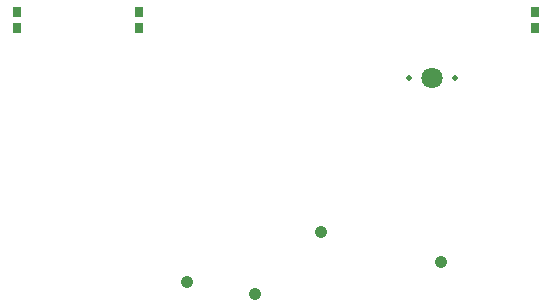
<source format=gbr>
G04 DipTrace 3.3.1.3*
G04 TopPaste.gbr*
%MOMM*%
G04 #@! TF.FileFunction,Paste,Top*
G04 #@! TF.Part,Single*
%ADD21R,0.7X0.9*%
%ADD95C,1.05*%
%ADD101C,0.5*%
%ADD103C,1.8*%
%FSLAX35Y35*%
G04*
G71*
G90*
G75*
G01*
G04 TopPaste*
%LPD*%
D21*
X1603257Y6857880D3*
Y6987880D3*
X2635133Y6857883D3*
Y6987883D3*
X5984757Y6857880D3*
Y6987880D3*
D103*
X5113810Y6428167D3*
D101*
X4918663Y6427733D3*
X5306917Y6428617D3*
D95*
X4175007Y5127507D3*
X3619728Y4598054D3*
X5191007Y4873507D3*
X3042083Y4703857D3*
M02*

</source>
